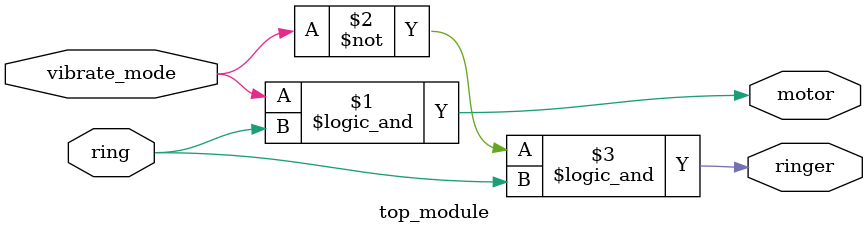
<source format=v>
module top_module (
    input ring,
    input vibrate_mode,
    output ringer,       // Make sound
    output motor         // Vibrate
);
    assign motor = vibrate_mode && ring;
    assign ringer = ~vibrate_mode && ring;

endmodule

</source>
